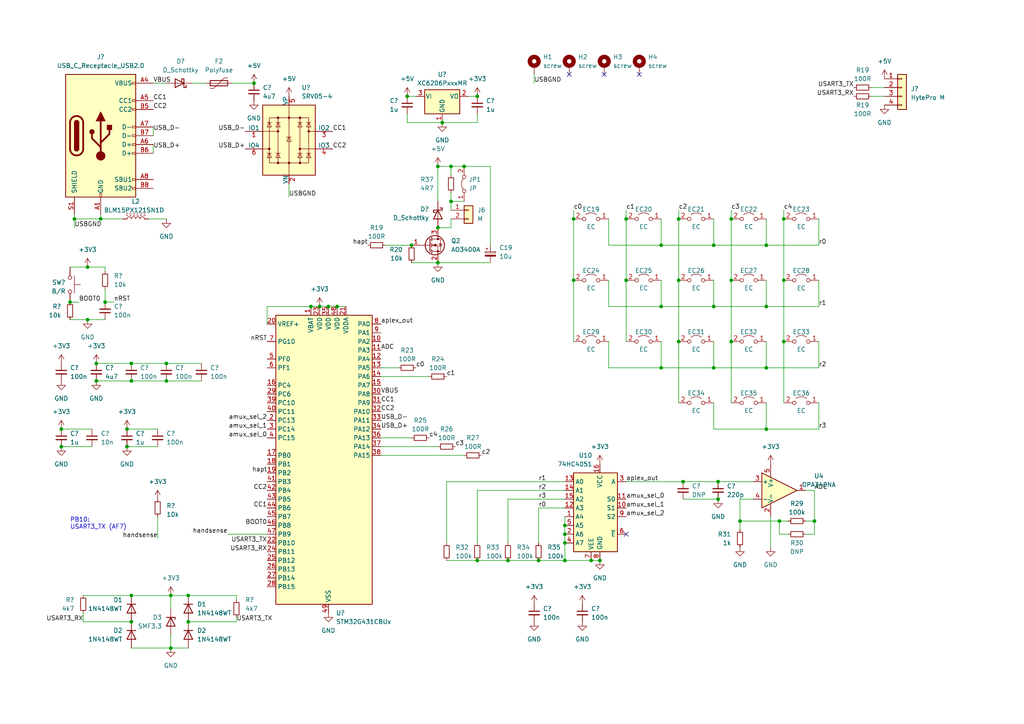
<source format=kicad_sch>
(kicad_sch (version 20230121) (generator eeschema)
  (paper "A4")
  (junction (at 25.4 77.47))
  (junction (at 90.17 88.9))
  (junction (at 134.62 48.26))
  (junction (at 17.78 129.54))
  (junction (at 212.09 63.5))
  (junction (at 49.53 172.72))
  (junction (at 222.25 71.12))
  (junction (at 222.25 124.46))
  (junction (at 27.94 105.41))
  (junction (at 208.28 144.78))
  (junction (at 127 66.04))
  (junction (at 163.83 157.48))
  (junction (at 38.1 180.34))
  (junction (at 163.83 152.4))
  (junction (at 128.27 35.56))
  (junction (at 95.25 88.9))
  (junction (at 207.01 88.9))
  (junction (at 198.12 139.7))
  (junction (at 17.78 124.46))
  (junction (at 36.83 129.54))
  (junction (at 227.33 99.06))
  (junction (at 212.09 81.28))
  (junction (at 138.43 27.94))
  (junction (at 36.83 124.46))
  (junction (at 227.33 63.5))
  (junction (at 196.85 99.06))
  (junction (at 207.01 71.12))
  (junction (at 119.38 71.12))
  (junction (at 54.61 180.34))
  (junction (at 191.77 106.68))
  (junction (at 181.61 81.28))
  (junction (at 48.26 110.49))
  (junction (at 138.43 162.56))
  (junction (at 21.59 63.5))
  (junction (at 181.61 63.5))
  (junction (at 191.77 71.12))
  (junction (at 156.21 162.56))
  (junction (at 48.26 105.41))
  (junction (at 118.11 27.94))
  (junction (at 97.79 88.9))
  (junction (at 166.37 81.28))
  (junction (at 127 76.2))
  (junction (at 212.09 99.06))
  (junction (at 196.85 81.28))
  (junction (at 166.37 63.5))
  (junction (at 196.85 63.5))
  (junction (at 38.1 110.49))
  (junction (at 227.33 81.28))
  (junction (at 38.1 105.41))
  (junction (at 222.25 88.9))
  (junction (at 30.48 87.63))
  (junction (at 29.21 63.5))
  (junction (at 147.32 162.56))
  (junction (at 226.06 151.13))
  (junction (at 171.45 162.56))
  (junction (at 208.28 139.7))
  (junction (at 73.66 24.13))
  (junction (at 25.4 92.71))
  (junction (at 127 48.26))
  (junction (at 191.77 88.9))
  (junction (at 49.53 187.96))
  (junction (at 236.22 151.13))
  (junction (at 163.83 162.56))
  (junction (at 130.81 48.26))
  (junction (at 214.63 151.13))
  (junction (at 38.1 172.72))
  (junction (at 130.81 58.42))
  (junction (at 54.61 172.72))
  (junction (at 207.01 106.68))
  (junction (at 163.83 154.94))
  (junction (at 27.94 110.49))
  (junction (at 222.25 106.68))
  (junction (at 20.32 87.63))
  (junction (at 92.71 88.9))
  (junction (at 173.99 162.56))
  (no_connect (at 181.61 154.94))
  (no_connect (at 165.1 21.59))
  (no_connect (at 175.26 21.59))
  (no_connect (at 185.42 21.59))
  (wire (pts (xy 227.33 81.28) (xy 227.33 99.06)))
  (wire (pts (xy 156.21 157.48) (xy 156.21 147.32)))
  (wire (pts (xy 222.25 88.9) (xy 237.49 88.9)))
  (wire (pts (xy 20.32 87.63) (xy 22.86 87.63)))
  (wire (pts (xy 237.49 81.28) (xy 237.49 88.9)))
  (wire (pts (xy 236.22 151.13) (xy 236.22 154.94)))
  (wire (pts (xy 142.24 48.26) (xy 142.24 71.12)))
  (wire (pts (xy 110.49 127) (xy 119.38 127)))
  (wire (pts (xy 147.32 157.48) (xy 147.32 144.78)))
  (wire (pts (xy 111.76 71.12) (xy 119.38 71.12)))
  (wire (pts (xy 226.06 151.13) (xy 226.06 154.94)))
  (wire (pts (xy 176.53 106.68) (xy 176.53 99.06)))
  (wire (pts (xy 17.78 124.46) (xy 26.67 124.46)))
  (wire (pts (xy 237.49 116.84) (xy 237.49 124.46)))
  (wire (pts (xy 163.83 162.56) (xy 171.45 162.56)))
  (wire (pts (xy 214.63 153.67) (xy 214.63 151.13)))
  (wire (pts (xy 237.49 99.06) (xy 237.49 106.68)))
  (wire (pts (xy 227.33 99.06) (xy 227.33 116.84)))
  (wire (pts (xy 36.83 124.46) (xy 45.72 124.46)))
  (wire (pts (xy 43.18 63.5) (xy 48.26 63.5)))
  (wire (pts (xy 130.81 63.5) (xy 130.81 66.04)))
  (wire (pts (xy 92.71 88.9) (xy 95.25 88.9)))
  (wire (pts (xy 68.58 173.99) (xy 68.58 172.72)))
  (wire (pts (xy 214.63 151.13) (xy 214.63 144.78)))
  (wire (pts (xy 38.1 110.49) (xy 48.26 110.49)))
  (wire (pts (xy 27.94 105.41) (xy 38.1 105.41)))
  (wire (pts (xy 191.77 71.12) (xy 176.53 71.12)))
  (wire (pts (xy 49.53 187.96) (xy 54.61 187.96)))
  (wire (pts (xy 176.53 71.12) (xy 176.53 63.5)))
  (wire (pts (xy 38.1 172.72) (xy 49.53 172.72)))
  (wire (pts (xy 124.46 109.22) (xy 110.49 109.22)))
  (wire (pts (xy 130.81 48.26) (xy 134.62 48.26)))
  (wire (pts (xy 83.82 53.34) (xy 83.82 57.15)))
  (wire (pts (xy 118.11 27.94) (xy 120.65 27.94)))
  (wire (pts (xy 212.09 99.06) (xy 212.09 116.84)))
  (wire (pts (xy 147.32 162.56) (xy 156.21 162.56)))
  (wire (pts (xy 181.61 60.96) (xy 181.61 63.5)))
  (wire (pts (xy 30.48 83.82) (xy 30.48 87.63)))
  (wire (pts (xy 129.54 157.48) (xy 129.54 139.7)))
  (wire (pts (xy 191.77 81.28) (xy 191.77 88.9)))
  (wire (pts (xy 154.94 24.13) (xy 154.94 21.59)))
  (wire (pts (xy 191.77 106.68) (xy 176.53 106.68)))
  (wire (pts (xy 191.77 99.06) (xy 191.77 106.68)))
  (wire (pts (xy 48.26 110.49) (xy 58.42 110.49)))
  (wire (pts (xy 45.72 149.86) (xy 45.72 156.21)))
  (wire (pts (xy 207.01 81.28) (xy 207.01 88.9)))
  (wire (pts (xy 138.43 142.24) (xy 163.83 142.24)))
  (wire (pts (xy 138.43 27.94) (xy 135.89 27.94)))
  (wire (pts (xy 196.85 63.5) (xy 196.85 81.28)))
  (wire (pts (xy 227.33 60.96) (xy 227.33 63.5)))
  (wire (pts (xy 252.73 27.94) (xy 256.54 27.94)))
  (wire (pts (xy 77.47 88.9) (xy 90.17 88.9)))
  (wire (pts (xy 222.25 124.46) (xy 237.49 124.46)))
  (wire (pts (xy 212.09 81.28) (xy 212.09 99.06)))
  (wire (pts (xy 30.48 87.63) (xy 33.02 87.63)))
  (wire (pts (xy 24.13 180.34) (xy 38.1 180.34)))
  (wire (pts (xy 207.01 116.84) (xy 207.01 124.46)))
  (wire (pts (xy 128.27 35.56) (xy 138.43 35.56)))
  (wire (pts (xy 222.25 99.06) (xy 222.25 106.68)))
  (wire (pts (xy 130.81 66.04) (xy 127 66.04)))
  (wire (pts (xy 252.73 25.4) (xy 256.54 25.4)))
  (wire (pts (xy 95.25 88.9) (xy 97.79 88.9)))
  (wire (pts (xy 35.56 63.5) (xy 29.21 63.5)))
  (wire (pts (xy 134.62 48.26) (xy 142.24 48.26)))
  (wire (pts (xy 212.09 60.96) (xy 212.09 63.5)))
  (wire (pts (xy 166.37 81.28) (xy 166.37 99.06)))
  (wire (pts (xy 77.47 93.98) (xy 77.47 88.9)))
  (wire (pts (xy 118.11 35.56) (xy 128.27 35.56)))
  (wire (pts (xy 207.01 71.12) (xy 222.25 71.12)))
  (wire (pts (xy 147.32 144.78) (xy 163.83 144.78)))
  (wire (pts (xy 237.49 63.5) (xy 237.49 71.12)))
  (wire (pts (xy 207.01 99.06) (xy 207.01 106.68)))
  (wire (pts (xy 66.04 154.94) (xy 77.47 154.94)))
  (wire (pts (xy 130.81 55.88) (xy 130.81 58.42)))
  (wire (pts (xy 38.1 187.96) (xy 49.53 187.96)))
  (wire (pts (xy 24.13 177.8) (xy 24.13 180.34)))
  (wire (pts (xy 20.32 92.71) (xy 25.4 92.71)))
  (wire (pts (xy 166.37 60.96) (xy 166.37 63.5)))
  (wire (pts (xy 97.79 88.9) (xy 100.33 88.9)))
  (wire (pts (xy 196.85 60.96) (xy 196.85 63.5)))
  (wire (pts (xy 129.54 139.7) (xy 163.83 139.7)))
  (wire (pts (xy 20.32 77.47) (xy 25.4 77.47)))
  (wire (pts (xy 191.77 106.68) (xy 207.01 106.68)))
  (wire (pts (xy 233.68 142.24) (xy 236.22 142.24)))
  (wire (pts (xy 110.49 132.08) (xy 134.62 132.08)))
  (wire (pts (xy 214.63 144.78) (xy 218.44 144.78)))
  (wire (pts (xy 222.25 81.28) (xy 222.25 88.9)))
  (wire (pts (xy 55.88 24.13) (xy 59.69 24.13)))
  (wire (pts (xy 130.81 58.42) (xy 130.81 60.96)))
  (wire (pts (xy 138.43 157.48) (xy 138.43 142.24)))
  (wire (pts (xy 44.45 41.91) (xy 44.45 44.45)))
  (wire (pts (xy 236.22 151.13) (xy 236.22 142.24)))
  (wire (pts (xy 24.13 172.72) (xy 38.1 172.72)))
  (wire (pts (xy 127 76.2) (xy 142.24 76.2)))
  (wire (pts (xy 49.53 172.72) (xy 54.61 172.72)))
  (wire (pts (xy 222.25 71.12) (xy 237.49 71.12)))
  (wire (pts (xy 54.61 180.34) (xy 68.58 180.34)))
  (wire (pts (xy 21.59 62.23) (xy 21.59 63.5)))
  (wire (pts (xy 196.85 81.28) (xy 196.85 99.06)))
  (wire (pts (xy 163.83 157.48) (xy 163.83 162.56)))
  (wire (pts (xy 233.68 151.13) (xy 236.22 151.13)))
  (wire (pts (xy 191.77 88.9) (xy 207.01 88.9)))
  (wire (pts (xy 17.78 129.54) (xy 26.67 129.54)))
  (wire (pts (xy 30.48 78.74) (xy 30.48 77.47)))
  (wire (pts (xy 67.31 24.13) (xy 73.66 24.13)))
  (wire (pts (xy 68.58 179.07) (xy 68.58 180.34)))
  (wire (pts (xy 207.01 88.9) (xy 222.25 88.9)))
  (wire (pts (xy 208.28 139.7) (xy 218.44 139.7)))
  (wire (pts (xy 130.81 58.42) (xy 134.62 58.42)))
  (wire (pts (xy 118.11 33.02) (xy 118.11 35.56)))
  (wire (pts (xy 119.38 76.2) (xy 127 76.2)))
  (wire (pts (xy 222.25 124.46) (xy 207.01 124.46)))
  (wire (pts (xy 198.12 144.78) (xy 208.28 144.78)))
  (wire (pts (xy 156.21 162.56) (xy 163.83 162.56)))
  (wire (pts (xy 156.21 147.32) (xy 163.83 147.32)))
  (wire (pts (xy 115.57 106.68) (xy 110.49 106.68)))
  (wire (pts (xy 25.4 92.71) (xy 30.48 92.71)))
  (wire (pts (xy 44.45 24.13) (xy 48.26 24.13)))
  (wire (pts (xy 90.17 88.9) (xy 92.71 88.9)))
  (wire (pts (xy 127 48.26) (xy 127 58.42)))
  (wire (pts (xy 222.25 116.84) (xy 222.25 124.46)))
  (wire (pts (xy 44.45 36.83) (xy 44.45 39.37)))
  (wire (pts (xy 181.61 63.5) (xy 181.61 81.28)))
  (wire (pts (xy 181.61 139.7) (xy 198.12 139.7)))
  (wire (pts (xy 166.37 63.5) (xy 166.37 81.28)))
  (wire (pts (xy 163.83 149.86) (xy 163.83 152.4)))
  (wire (pts (xy 163.83 154.94) (xy 163.83 157.48)))
  (wire (pts (xy 223.52 158.75) (xy 223.52 149.86)))
  (wire (pts (xy 233.68 154.94) (xy 236.22 154.94)))
  (wire (pts (xy 30.48 77.47) (xy 25.4 77.47)))
  (wire (pts (xy 21.59 63.5) (xy 29.21 63.5)))
  (wire (pts (xy 176.53 88.9) (xy 176.53 81.28)))
  (wire (pts (xy 130.81 48.26) (xy 130.81 50.8)))
  (wire (pts (xy 212.09 63.5) (xy 212.09 81.28)))
  (wire (pts (xy 191.77 63.5) (xy 191.77 71.12)))
  (wire (pts (xy 191.77 88.9) (xy 176.53 88.9)))
  (wire (pts (xy 198.12 139.7) (xy 208.28 139.7)))
  (wire (pts (xy 68.58 172.72) (xy 54.61 172.72)))
  (wire (pts (xy 226.06 154.94) (xy 228.6 154.94)))
  (wire (pts (xy 181.61 81.28) (xy 181.61 99.06)))
  (wire (pts (xy 163.83 152.4) (xy 163.83 154.94)))
  (wire (pts (xy 226.06 151.13) (xy 228.6 151.13)))
  (wire (pts (xy 222.25 63.5) (xy 222.25 71.12)))
  (wire (pts (xy 138.43 162.56) (xy 147.32 162.56)))
  (wire (pts (xy 27.94 110.49) (xy 38.1 110.49)))
  (wire (pts (xy 196.85 99.06) (xy 196.85 116.84)))
  (wire (pts (xy 21.59 63.5) (xy 21.59 66.04)))
  (wire (pts (xy 127 48.26) (xy 130.81 48.26)))
  (wire (pts (xy 29.21 63.5) (xy 29.21 62.23)))
  (wire (pts (xy 171.45 162.56) (xy 173.99 162.56)))
  (wire (pts (xy 214.63 151.13) (xy 226.06 151.13)))
  (wire (pts (xy 207.01 63.5) (xy 207.01 71.12)))
  (wire (pts (xy 138.43 35.56) (xy 138.43 33.02)))
  (wire (pts (xy 38.1 105.41) (xy 48.26 105.41)))
  (wire (pts (xy 36.83 129.54) (xy 45.72 129.54)))
  (wire (pts (xy 110.49 129.54) (xy 127 129.54)))
  (wire (pts (xy 49.53 176.53) (xy 49.53 172.72)))
  (wire (pts (xy 48.26 105.41) (xy 58.42 105.41)))
  (wire (pts (xy 129.54 162.56) (xy 138.43 162.56)))
  (wire (pts (xy 191.77 71.12) (xy 207.01 71.12)))
  (wire (pts (xy 207.01 106.68) (xy 222.25 106.68)))
  (wire (pts (xy 227.33 63.5) (xy 227.33 81.28)))
  (wire (pts (xy 222.25 106.68) (xy 237.49 106.68)))
  (wire (pts (xy 49.53 184.15) (xy 49.53 187.96)))
  (text "PB10:\nUSART3_TX (AF7)\n" (at 20.32 153.67 0) (effects (font (size 1.27 1.27)) (justify left bottom)))
  (label "CC1" (at 96.52 38.1 0))
  (label "amux_sel_0" (at 77.47 127 180))
  (label "USART3_TX" (at 247.65 25.4 180))
  (label "c1" (at 129.54 109.22 0))
  (label "VBUS" (at 110.49 114.3 0))
  (label "r3" (at 156.21 144.78 0))
  (label "USART3_RX" (at 247.65 27.94 180))
  (label "ADC" (at 110.49 101.6 0))
  (label "handsense" (at 66.04 154.94 180))
  (label "c2" (at 139.7 132.08 0))
  (label "handsense" (at 45.72 156.21 180))
  (label "r3" (at 237.49 124.46 0))
  (label "nRST" (at 77.47 99.06 180))
  (label "r2" (at 237.49 106.68 0))
  (label "hapt" (at 106.68 71.12 180))
  (label "r0" (at 156.21 147.32 0))
  (label "c4" (at 227.33 60.96 0))
  (label "USBGND" (at 154.94 24.13 0))
  (label "USB_D-" (at 110.49 121.92 0))
  (label "CC2" (at 44.45 31.75 0))
  (label "c0" (at 166.37 60.96 0))
  (label "c2" (at 196.85 60.96 0))
  (label "r1" (at 237.49 88.9 0))
  (label "c4" (at 124.46 127 0))
  (label "amux_sel_2" (at 181.61 149.86 0))
  (label "c0" (at 120.65 106.68 0))
  (label "aplex_out" (at 110.49 93.98 0))
  (label "r0" (at 237.49 71.12 0))
  (label "BOOT0" (at 22.86 87.63 0))
  (label "ADC" (at 236.22 142.24 0))
  (label "CC1" (at 77.47 147.32 180))
  (label "CC1" (at 44.45 29.21 0))
  (label "CC2" (at 110.49 119.38 0))
  (label "USB_D+" (at 44.45 43.18 0))
  (label "USBGND" (at 83.82 57.15 0))
  (label "amux_sel_2" (at 77.47 121.92 180))
  (label "amux_sel_1" (at 181.61 147.32 0))
  (label "CC2" (at 96.52 43.18 0))
  (label "USBGND" (at 21.59 66.04 0))
  (label "r2" (at 156.21 142.24 0))
  (label "nRST" (at 33.02 87.63 0))
  (label "amux_sel_1" (at 77.47 124.46 180))
  (label "c3" (at 212.09 60.96 0))
  (label "USB_D+" (at 71.12 43.18 180))
  (label "c1" (at 181.61 60.96 0))
  (label "BOOT0" (at 77.47 152.4 180))
  (label "USART3_RX" (at 24.13 180.34 180))
  (label "USB_D+" (at 110.49 124.46 0))
  (label "aplex_out" (at 181.61 139.7 0))
  (label "c3" (at 132.08 129.54 0))
  (label "CC1" (at 110.49 116.84 0))
  (label "VBUS" (at 44.45 24.13 0))
  (label "USB_D-" (at 71.12 38.1 180))
  (label "CC2" (at 77.47 142.24 180))
  (label "USART3_TX" (at 68.58 180.34 0))
  (label "USART3_TX" (at 77.47 157.48 180))
  (label "amux_sel_0" (at 181.61 144.78 0))
  (label "r1" (at 156.21 139.7 0))
  (label "hapt" (at 77.47 137.16 180))
  (label "USART3_RX" (at 77.47 160.02 180))
  (label "USB_D-" (at 44.45 38.1 0))
  (symbol (lib_id "Jumper:Jumper_2_Open") (at 217.17 81.28 0) (mirror y) (unit 1)
    (property "Reference" "EC27" (at 217.17 78.486 0))
    (property "Value" "EC" (at 217.17 83.566 0))
    (property "Footprint" "ec_finger_touch:capsense_finger_1" (effects hide))
    (instances (project "unmechanical-sweepish" (path "" (reference "EC27") (unit 1)) (path "" (reference "EC9") (unit 1))))
  )
  (symbol (lib_id "Jumper:Jumper_2_Open") (at 217.17 116.84 0) (mirror y) (unit 1)
    (property "Reference" "EC35" (at 217.17 114.046 0))
    (property "Value" "EC" (at 217.17 119.126 0))
    (property "Footprint" "ec_finger_touch:capsense_finger_1" (effects hide))
    (instances (project "unmechanical-sweepish" (path "" (reference "EC35") (unit 1)) (path "" (reference "EC17") (unit 1))))
  )
  (symbol (lib_id "power:+5V") (at 256.54 22.86 0) (unit 1)
    (property "Reference" "#PWR?" (effects hide))
    (property "Value" "+5V" (at 256.54 17.78 0))
    (instances (project "unmechanical-sweepish" (path "" (reference "#PWR?") (unit 1)) (path "" (reference "#PWR036") (unit 1)) (path "" (reference "#PWR01") (unit 1))))
  )
  (symbol (lib_id "Mechanical:MountingHole_Pad") (at 175.26 19.05 0) (unit 1)
    (property "Reference" "H3" (at 177.8 16.51 0) (effects (justify left)))
    (property "Value" "screw" (at 177.8 19.05 0) (effects (justify left)))
    (property "Footprint" "MountingHole:MountingHole_3.2mm_M3_DIN965_Pad" (effects hide))
  )
  (symbol (lib_id "power:GND") (at 214.63 158.75 0) (unit 1)
    (property "Reference" "#PWR?" (effects hide))
    (property "Value" "GND" (at 214.63 163.83 0))
    (instances (project "unmechanical-sweepish" (path "" (reference "#PWR?") (unit 1)) (path "" (reference "#PWR061") (unit 1)) (path "" (reference "#PWR027") (unit 1))))
  )
  (symbol (lib_id "Device:C_Small") (at 48.26 107.95 0) (unit 1)
    (property "Reference" "C?" (at 50.8 106.6863 0) (effects (justify left)))
    (property "Value" "100n" (at 50.8 109.2263 0) (effects (justify left)))
    (property "Footprint" "Capacitor_SMD:C_0402_1005Metric" (effects hide))
    (instances (project "unmechanical-sweepish" (path "" (reference "C?") (unit 1)) (path "" (reference "C24") (unit 1)) (path "" (reference "C9") (unit 1))))
  )
  (symbol (lib_id "Diode:1N4148WT") (at 54.61 184.15 270) (unit 1)
    (property "Reference" "D2" (at 57.15 182.88 90) (effects (justify left)))
    (property "Value" "1N4148WT" (at 57.15 185.42 90) (effects (justify left)))
    (property "Footprint" "Diode_SMD:D_SOD-523" (effects hide))
    (property "Datasheet" "https://www.diodes.com/assets/Datasheets/ds30396.pdf" (effects hide))
    (property "Sim.Device" "D" (effects hide))
    (property "Sim.Pins" "1=K 2=A" (effects hide))
    (instances (project "theseus-75" (path "" (reference "D2") (unit 1))) (project "unmechanical-sweepish" (path "" (reference "D14") (unit 1)) (path "" (reference "D7") (unit 1))))
  )
  (symbol (lib_id "power:+3V3") (at 92.71 88.9 0) (unit 1)
    (property "Reference" "#PWR?" (effects hide))
    (property "Value" "+3V3" (at 92.71 83.82 0))
    (instances (project "unmechanical-sweepish" (path "" (reference "#PWR?") (unit 1)) (path "" (reference "#PWR047") (unit 1)) (path "" (reference "#PWR013") (unit 1))))
  )
  (symbol (lib_id "power:+3V3") (at 223.52 134.62 0) (unit 1)
    (property "Reference" "#PWR?" (effects hide))
    (property "Value" "+3V3" (at 223.52 129.54 0))
    (instances (project "unmechanical-sweepish" (path "" (reference "#PWR?") (unit 1)) (path "" (reference "#PWR058") (unit 1)) (path "" (reference "#PWR024") (unit 1))))
  )
  (symbol (lib_id "Jumper:Jumper_2_Open") (at 186.69 63.5 0) (mirror y) (unit 1)
    (property "Reference" "EC20" (at 186.69 60.706 0))
    (property "Value" "EC" (at 186.69 65.786 0))
    (property "Footprint" "ec_finger_touch:capsense_finger_1" (effects hide))
    (instances (project "unmechanical-sweepish" (path "" (reference "EC20") (unit 1)) (path "" (reference "EC2") (unit 1))))
  )
  (symbol (lib_id "power:GND") (at 17.78 129.54 0) (unit 1)
    (property "Reference" "#PWR?" (effects hide))
    (property "Value" "GND" (at 17.78 134.62 0))
    (instances (project "unmechanical-sweepish" (path "" (reference "#PWR?") (unit 1)) (path "" (reference "#PWR055") (unit 1)) (path "" (reference "#PWR021") (unit 1))))
  )
  (symbol (lib_id "power:+3V3") (at 27.94 105.41 0) (unit 1)
    (property "Reference" "#PWR?" (effects hide))
    (property "Value" "+3V3" (at 27.94 100.33 0))
    (instances (project "unmechanical-sweepish" (path "" (reference "#PWR?") (unit 1)) (path "" (reference "#PWR050") (unit 1)) (path "" (reference "#PWR016") (unit 1))))
  )
  (symbol (lib_id "Device:R_Small") (at 250.19 25.4 90) (unit 1)
    (property "Reference" "R19" (at 250.19 20.32 90))
    (property "Value" "100R" (at 250.19 22.86 90))
    (property "Footprint" "Resistor_SMD:R_0402_1005Metric" (effects hide))
    (instances (project "unmechanical-sweepish" (path "" (reference "R19") (unit 1)) (path "" (reference "R1") (unit 1))))
  )
  (symbol (lib_id "Jumper:Jumper_2_Open") (at 201.93 81.28 0) (mirror y) (unit 1)
    (property "Reference" "EC26" (at 201.93 78.486 0))
    (property "Value" "EC" (at 201.93 83.566 0))
    (property "Footprint" "ec_finger_touch:capsense_finger_1" (effects hide))
    (instances (project "unmechanical-sweepish" (path "" (reference "EC26") (unit 1)) (path "" (reference "EC8") (unit 1))))
  )
  (symbol (lib_id "Device:R_Small") (at 231.14 154.94 90) (unit 1)
    (property "Reference" "R30" (at 231.14 157.48 90))
    (property "Value" "DNP" (at 231.14 160.02 90))
    (property "Footprint" "Resistor_SMD:R_0603_1608Metric_Pad0.98x0.95mm_HandSolder" (effects hide))
    (instances (project "unmechanical-sweepish" (path "" (reference "R30") (unit 1)) (path "" (reference "R15") (unit 1))))
  )
  (symbol (lib_id "Device:C_Small") (at 17.78 127 0) (unit 1)
    (property "Reference" "C?" (at 20.32 125.7363 0) (effects (justify left)))
    (property "Value" "1u" (at 20.32 128.2763 0) (effects (justify left)))
    (property "Footprint" "Capacitor_SMD:C_0402_1005Metric" (effects hide))
    (instances (project "unmechanical-sweepish" (path "" (reference "C?") (unit 1)) (path "" (reference "C26") (unit 1)) (path "" (reference "C11") (unit 1))))
  )
  (symbol (lib_id "Jumper:Jumper_2_Open") (at 171.45 81.28 0) (mirror y) (unit 1)
    (property "Reference" "EC24" (at 171.45 78.486 0))
    (property "Value" "EC" (at 171.45 83.566 0))
    (property "Footprint" "ec_finger_touch:capsense_finger_1" (effects hide))
    (instances (project "unmechanical-sweepish" (path "" (reference "EC24") (unit 1)) (path "" (reference "EC6") (unit 1))))
  )
  (symbol (lib_id "Jumper:Jumper_2_Open") (at 217.17 99.06 0) (mirror y) (unit 1)
    (property "Reference" "EC32" (at 217.17 96.266 0))
    (property "Value" "EC" (at 217.17 101.346 0))
    (property "Footprint" "ec_finger_touch:capsense_finger_1" (effects hide))
    (instances (project "unmechanical-sweepish" (path "" (reference "EC32") (unit 1)) (path "" (reference "EC14") (unit 1))))
  )
  (symbol (lib_id "Jumper:Jumper_2_Open") (at 232.41 63.5 0) (mirror y) (unit 1)
    (property "Reference" "EC23" (at 232.41 60.706 0))
    (property "Value" "EC" (at 232.41 65.786 0))
    (property "Footprint" "ec_finger_touch:capsense_finger_1" (effects hide))
    (instances (project "unmechanical-sweepish" (path "" (reference "EC23") (unit 1)) (path "" (reference "EC5") (unit 1))))
  )
  (symbol (lib_id "Diode:1N4148WT") (at 54.61 176.53 270) (unit 1)
    (property "Reference" "D1" (at 57.15 175.26 90) (effects (justify left)))
    (property "Value" "1N4148WT" (at 57.15 177.8 90) (effects (justify left)))
    (property "Footprint" "Diode_SMD:D_SOD-523" (effects hide))
    (property "Datasheet" "https://www.diodes.com/assets/Datasheets/ds30396.pdf" (effects hide))
    (property "Sim.Device" "D" (effects hide))
    (property "Sim.Pins" "1=K 2=A" (effects hide))
    (instances (project "theseus-75" (path "" (reference "D1") (unit 1))) (project "unmechanical-sweepish" (path "" (reference "D11") (unit 1)) (path "" (reference "D4") (unit 1))))
  )
  (symbol (lib_id "Device:C_Polarized_Small") (at 142.24 73.66 0) (unit 1)
    (property "Reference" "C19" (at 144.78 71.8439 0) (effects (justify left)))
    (property "Value" "10u" (at 144.78 74.3839 0) (effects (justify left)))
    (property "Footprint" "Capacitor_Tantalum_SMD:CP_EIA-3216-10_Kemet-I" (effects hide))
    (instances (project "unmechanical-sweepish" (path "" (reference "C19") (unit 1)) (path "" (reference "C4") (unit 1))))
  )
  (symbol (lib_id "Device:C_Small") (at 27.94 107.95 0) (unit 1)
    (property "Reference" "C?" (at 30.48 106.6863 0) (effects (justify left)))
    (property "Value" "4u7" (at 30.48 109.2263 0) (effects (justify left)))
    (property "Footprint" "Capacitor_SMD:C_0402_1005Metric" (effects hide))
    (instances (project "unmechanical-sweepish" (path "" (reference "C?") (unit 1)) (path "" (reference "C22") (unit 1)) (path "" (reference "C7") (unit 1))))
  )
  (symbol (lib_id "power:GND") (at 154.94 180.34 0) (unit 1)
    (property "Reference" "#PWR?" (effects hide))
    (property "Value" "GND" (at 154.94 185.42 0))
    (instances (project "unmechanical-sweepish" (path "" (reference "#PWR?") (unit 1)) (path "" (reference "#PWR068") (unit 1)) (path "" (reference "#PWR034") (unit 1))))
  )
  (symbol (lib_id "Jumper:Jumper_2_Open") (at 232.41 99.06 0) (mirror y) (unit 1)
    (property "Reference" "EC33" (at 232.41 96.266 0))
    (property "Value" "EC" (at 232.41 101.346 0))
    (property "Footprint" "ec_finger_touch:capsense_finger_1" (effects hide))
    (instances (project "unmechanical-sweepish" (path "" (reference "EC33") (unit 1)) (path "" (reference "EC15") (unit 1))))
  )
  (symbol (lib_id "Device:R_Small") (at 45.72 147.32 180) (unit 1)
    (property "Reference" "R?" (at 48.26 146.685 0) (effects (justify right)))
    (property "Value" "10k" (at 48.26 149.225 0) (effects (justify right)))
    (property "Footprint" "Resistor_SMD:R_0402_1005Metric" (effects hide))
    (instances (project "theseus-75" (path "" (reference "R?") (unit 1)) (path "" (reference "R22") (unit 1)) (path "" (reference "R?") (unit 1))) (project "unmechanical-sweepish" (path "" (reference "R28") (unit 1)) (path "" (reference "R13") (unit 1))))
  )
  (symbol (lib_id "Device:C_Small") (at 198.12 142.24 0) (unit 1)
    (property "Reference" "C?" (at 200.66 140.9763 0) (effects (justify left)))
    (property "Value" "DNP" (at 200.66 143.5163 0) (effects (justify left)))
    (property "Footprint" "Capacitor_SMD:C_0603_1608Metric_Pad1.08x0.95mm_HandSolder" (effects hide))
    (instances (project "unmechanical-sweepish" (path "" (reference "C?") (unit 1)) (path "" (reference "C30") (unit 1)) (path "" (reference "C15") (unit 1))))
  )
  (symbol (lib_id "power:GND") (at 208.28 144.78 0) (unit 1)
    (property "Reference" "#PWR?" (effects hide))
    (property "Value" "GND" (at 208.28 149.86 0))
    (instances (project "unmechanical-sweepish" (path "" (reference "#PWR?") (unit 1)) (path "" (reference "#PWR060") (unit 1)) (path "" (reference "#PWR026") (unit 1))))
  )
  (symbol (lib_id "power:+3V3") (at 25.4 77.47 0) (unit 1)
    (property "Reference" "#PWR?" (effects hide))
    (property "Value" "+3V3" (at 25.4 72.39 0))
    (instances (project "unmechanical-sweepish" (path "" (reference "#PWR?") (unit 1)) (path "" (reference "#PWR046") (unit 1)) (path "" (reference "#PWR012") (unit 1))))
  )
  (symbol (lib_id "Device:C_Small") (at 118.11 30.48 0) (unit 1)
    (property "Reference" "C?" (at 115.57 29.2163 0) (effects (justify right)))
    (property "Value" "1u" (at 115.57 31.7563 0) (effects (justify right)))
    (property "Footprint" "Capacitor_SMD:C_0402_1005Metric" (effects hide))
    (instances (project "unmechanical-sweepish" (path "" (reference "C?") (unit 1)) (path "" (reference "C17") (unit 1)) (path "" (reference "C2") (unit 1))))
  )
  (symbol (lib_id "Device:R_Small") (at 20.32 90.17 0) (unit 1)
    (property "Reference" "R?" (at 17.78 88.9 0) (effects (justify right)))
    (property "Value" "10k" (at 17.78 91.44 0) (effects (justify right)))
    (property "Footprint" "Resistor_SMD:R_0402_1005Metric" (effects hide))
    (instances (project "werk-one-pcb-ml" (path "" (reference "R?") (unit 1))) (project "theseus-75" (path "" (reference "R13") (unit 1))) (project "unmechanical-sweepish" (path "" (reference "R22") (unit 1)) (path "" (reference "R7") (unit 1))))
  )
  (symbol (lib_id "Device:R_Small") (at 30.48 81.28 0) (unit 1)
    (property "Reference" "R?" (at 33.02 80.01 0) (effects (justify left)))
    (property "Value" "10k" (at 33.02 82.55 0) (effects (justify left)))
    (property "Footprint" "Resistor_SMD:R_0402_1005Metric" (effects hide))
    (instances (project "werk-one-pcb-ml" (path "" (reference "R?") (unit 1))) (project "theseus-75" (path "" (reference "R10") (unit 1))) (project "unmechanical-sweepish" (path "" (reference "R21") (unit 1)) (path "" (reference "R6") (unit 1))))
  )
  (symbol (lib_id "Device:C_Small") (at 30.48 90.17 180) (unit 1)
    (property "Reference" "C?" (at 33.02 88.8936 0) (effects (justify right)))
    (property "Value" "100n" (at 33.02 91.4336 0) (effects (justify right)))
    (property "Footprint" "Capacitor_SMD:C_0402_1005Metric" (effects hide))
    (instances (project "werk-one-pcb-ml" (path "" (reference "C?") (unit 1))) (project "theseus-75" (path "" (reference "C12") (unit 1))) (project "unmechanical-sweepish" (path "" (reference "C20") (unit 1)) (path "" (reference "C5") (unit 1))))
  )
  (symbol (lib_id "power:GND") (at 95.25 177.8 0) (unit 1)
    (property "Reference" "#PWR?" (effects hide))
    (property "Value" "GND" (at 95.25 182.88 0))
    (instances (project "unmechanical-sweepish" (path "" (reference "#PWR?") (unit 1)) (path "" (reference "#PWR067") (unit 1)) (path "" (reference "#PWR033") (unit 1))))
  )
  (symbol (lib_id "power:+3V3") (at 17.78 105.41 0) (unit 1)
    (property "Reference" "#PWR?" (effects hide))
    (property "Value" "+3V3" (at 17.78 100.33 0))
    (instances (project "unmechanical-sweepish" (path "" (reference "#PWR?") (unit 1)) (path "" (reference "#PWR049") (unit 1)) (path "" (reference "#PWR015") (unit 1))))
  )
  (symbol (lib_id "Device:C_Small") (at 168.91 177.8 0) (unit 1)
    (property "Reference" "C?" (at 171.45 176.5363 0) (effects (justify left)))
    (property "Value" "100n" (at 171.45 179.0763 0) (effects (justify left)))
    (property "Footprint" "Capacitor_SMD:C_0402_1005Metric" (effects hide))
    (instances (project "unmechanical-sweepish" (path "" (reference "C?") (unit 1)) (path "" (reference "C32") (unit 1)) (path "" (reference "C18") (unit 1))))
  )
  (symbol (lib_id "power:+3V3") (at 168.91 175.26 0) (unit 1)
    (property "Reference" "#PWR?" (effects hide))
    (property "Value" "+3V3" (at 168.91 170.18 0))
    (instances (project "unmechanical-sweepish" (path "" (reference "#PWR?") (unit 1)) (path "" (reference "#PWR066") (unit 1)) (path "" (reference "#PWR032") (unit 1))))
  )
  (symbol (lib_id "power:GND") (at 36.83 129.54 0) (unit 1)
    (property "Reference" "#PWR?" (effects hide))
    (property "Value" "GND" (at 36.83 134.62 0))
    (instances (project "unmechanical-sweepish" (path "" (reference "#PWR?") (unit 1)) (path "" (reference "#PWR056") (unit 1)) (path "" (reference "#PWR022") (unit 1))))
  )
  (symbol (lib_id "Device:R_Small") (at 119.38 73.66 0) (unit 1)
    (property "Reference" "R20" (at 116.84 72.39 0) (effects (justify right)))
    (property "Value" "10k" (at 116.84 74.93 0) (effects (justify right)))
    (property "Footprint" "Resistor_SMD:R_0402_1005Metric" (effects hide))
    (instances (project "unmechanical-sweepish" (path "" (reference "R20") (unit 1)) (path "" (reference "R5") (unit 1))))
  )
  (symbol (lib_id "Device:R_Small") (at 121.92 127 90) (unit 1)
    (property "Reference" "R25" (at 121.92 121.92 90))
    (property "Value" "100R" (at 121.92 124.46 90))
    (property "Footprint" "Resistor_SMD:R_0402_1005Metric" (effects hide))
    (instances (project "unmechanical-sweepish" (path "" (reference "R25") (unit 1)) (path "" (reference "R10") (unit 1))))
  )
  (symbol (lib_id "Jumper:Jumper_2_Open") (at 201.93 63.5 0) (mirror y) (unit 1)
    (property "Reference" "EC21" (at 201.93 60.706 0))
    (property "Value" "EC" (at 201.93 65.786 0))
    (property "Footprint" "ec_finger_touch:capsense_finger_1" (effects hide))
    (instances (project "unmechanical-sweepish" (path "" (reference "EC21") (unit 1)) (path "" (reference "EC3") (unit 1))))
  )
  (symbol (lib_id "power:+5V") (at 118.11 27.94 0) (unit 1)
    (property "Reference" "#PWR?" (effects hide))
    (property "Value" "+5V" (at 118.11 22.86 0))
    (instances (project "unmechanical-sweepish" (path "" (reference "#PWR?") (unit 1)) (path "" (reference "#PWR039") (unit 1)) (path "" (reference "#PWR04") (unit 1))))
  )
  (symbol (lib_id "Jumper:Jumper_2_Open") (at 201.93 99.06 0) (mirror y) (unit 1)
    (property "Reference" "EC31" (at 201.93 96.266 0))
    (property "Value" "EC" (at 201.93 101.346 0))
    (property "Footprint" "ec_finger_touch:capsense_finger_1" (effects hide))
    (instances (project "unmechanical-sweepish" (path "" (reference "EC31") (unit 1)) (path "" (reference "EC13") (unit 1))))
  )
  (symbol (lib_id "power:+5V") (at 83.82 27.94 0) (unit 1)
    (property "Reference" "#PWR?" (effects hide))
    (property "Value" "+5V" (at 83.82 22.86 0))
    (instances (project "unmechanical-sweepish" (path "" (reference "#PWR?") (unit 1)) (path "" (reference "#PWR038") (unit 1)) (path "" (reference "#PWR03") (unit 1))))
  )
  (symbol (lib_id "Device:R_Small") (at 250.19 27.94 90) (unit 1)
    (property "Reference" "R19" (at 250.19 30.48 90))
    (property "Value" "100R" (at 250.19 33.02 90))
    (property "Footprint" "Resistor_SMD:R_0402_1005Metric" (effects hide))
    (instances (project "unmechanical-sweepish" (path "" (reference "R19") (unit 1)) (path "" (reference "R2") (unit 1))))
  )
  (symbol (lib_id "Device:C_Small") (at 138.43 30.48 0) (unit 1)
    (property "Reference" "C?" (at 140.97 29.2163 0) (effects (justify left)))
    (property "Value" "1u" (at 140.97 31.7563 0) (effects (justify left)))
    (property "Footprint" "Capacitor_SMD:C_0402_1005Metric" (effects hide))
    (instances (project "unmechanical-sweepish" (path "" (reference "C?") (unit 1)) (path "" (reference "C18") (unit 1)) (path "" (reference "C3") (unit 1))))
  )
  (symbol (lib_id "power:+5V") (at 127 48.26 0) (unit 1)
    (property "Reference" "#PWR?" (effects hide))
    (property "Value" "+5V" (at 127 43.18 0))
    (instances (project "unmechanical-sweepish" (path "" (reference "#PWR?") (unit 1)) (path "" (reference "#PWR043") (unit 1)) (path "" (reference "#PWR09") (unit 1))))
  )
  (symbol (lib_id "Connector_Generic:Conn_01x02") (at 135.89 60.96 0) (unit 1)
    (property "Reference" "J6" (at 138.43 60.96 0) (effects (justify left)))
    (property "Value" "M" (at 138.43 63.5 0) (effects (justify left)))
    (property "Footprint" "Connector_PinHeader_2.54mm:PinHeader_1x02_P2.54mm_Vertical" (effects hide))
    (instances (project "unmechanical-sweepish" (path "" (reference "J6") (unit 1)) (path "" (reference "J3") (unit 1))))
  )
  (symbol (lib_id "power:+5V") (at 73.66 24.13 0) (unit 1)
    (property "Reference" "#PWR?" (effects hide))
    (property "Value" "+5V" (at 73.66 19.05 0))
    (instances (project "unmechanical-sweepish" (path "" (reference "#PWR?") (unit 1)) (path "" (reference "#PWR037") (unit 1)) (path "" (reference "#PWR02") (unit 1))))
  )
  (symbol (lib_id "power:+3V3") (at 173.99 134.62 0) (unit 1)
    (property "Reference" "#PWR?" (effects hide))
    (property "Value" "+3V3" (at 173.99 129.54 0))
    (instances (project "unmechanical-sweepish" (path "" (reference "#PWR?") (unit 1)) (path "" (reference "#PWR057") (unit 1)) (path "" (reference "#PWR023") (unit 1))))
  )
  (symbol (lib_id "Jumper:Jumper_2_Open") (at 171.45 63.5 0) (mirror y) (unit 1)
    (property "Reference" "EC19" (at 171.45 60.706 0))
    (property "Value" "EC" (at 171.45 65.786 0))
    (property "Footprint" "ec_finger_touch:capsense_finger_1" (effects hide))
    (instances (project "unmechanical-sweepish" (path "" (reference "EC19") (unit 1)) (path "" (reference "EC1") (unit 1))))
  )
  (symbol (lib_id "Connector_Generic:Conn_01x04") (at 261.62 25.4 0) (unit 1)
    (property "Reference" "J?" (at 264.16 25.7556 0) (effects (justify left)))
    (property "Value" "HytePro M" (at 264.16 28.2956 0) (effects (justify left)))
    (property "Footprint" "PCM_marbastlib-xp-various:CON_HytePro_M411P_Plug_1x04-P2.20mm_Horizontal_FlushMount" (effects hide))
    (instances (project "unmechanical-sweepish" (path "" (reference "J?") (unit 1)) (path "" (reference "J4") (unit 1)) (path "" (reference "J1") (unit 1))))
  )
  (symbol (lib_id "power:+3V3") (at 36.83 124.46 0) (unit 1)
    (property "Reference" "#PWR?" (effects hide))
    (property "Value" "+3V3" (at 36.83 119.38 0))
    (instances (project "unmechanical-sweepish" (path "" (reference "#PWR?") (unit 1)) (path "" (reference "#PWR054") (unit 1)) (path "" (reference "#PWR020") (unit 1))))
  )
  (symbol (lib_id "power:GND") (at 17.78 110.49 0) (unit 1)
    (property "Reference" "#PWR?" (effects hide))
    (property "Value" "GND" (at 17.78 115.57 0))
    (instances (project "unmechanical-sweepish" (path "" (reference "#PWR?") (unit 1)) (path "" (reference "#PWR051") (unit 1)) (path "" (reference "#PWR017") (unit 1))))
  )
  (symbol (lib_id "power:GND") (at 168.91 180.34 0) (unit 1)
    (property "Reference" "#PWR?" (effects hide))
    (property "Value" "GND" (at 168.91 185.42 0))
    (instances (project "unmechanical-sweepish" (path "" (reference "#PWR?") (unit 1)) (path "" (reference "#PWR069") (unit 1)) (path "" (reference "#PWR035") (unit 1))))
  )
  (symbol (lib_id "Device:Polyfuse") (at 63.5 24.13 90) (unit 1)
    (property "Reference" "F2" (at 63.5 17.78 90))
    (property "Value" "Polyfuse" (at 63.5 20.32 90))
    (property "Footprint" "Fuse:Fuse_0603_1608Metric" (effects hide))
    (instances (project "unmechanical-sweepish" (path "" (reference "F2") (unit 1)) (path "" (reference "F1") (unit 1))))
  )
  (symbol (lib_id "Device:R_Small") (at 127 109.22 90) (unit 1)
    (property "Reference" "R24" (at 127 104.14 90))
    (property "Value" "100R" (at 127 106.68 90))
    (property "Footprint" "Resistor_SMD:R_0402_1005Metric" (effects hide))
    (instances (project "unmechanical-sweepish" (path "" (reference "R24") (unit 1)) (path "" (reference "R9") (unit 1))))
  )
  (symbol (lib_id "Device:C_Small") (at 208.28 142.24 0) (unit 1)
    (property "Reference" "C?" (at 210.82 140.9763 0) (effects (justify left)))
    (property "Value" "220p" (at 210.82 143.5163 0) (effects (justify left)))
    (property "Footprint" "Capacitor_SMD:C_0603_1608Metric_Pad1.08x0.95mm_HandSolder" (effects hide))
    (instances (project "unmechanical-sweepish" (path "" (reference "C?") (unit 1)) (path "" (reference "C30") (unit 1)) (path "" (reference "C16") (unit 1))))
  )
  (symbol (lib_id "PCM_marbastlib-various:SRV05-4") (at 83.82 40.64 0) (unit 1)
    (property "Reference" "U?" (at 87.4461 25.4 0) (effects (justify left)))
    (property "Value" "SRV05-4" (at 87.4461 27.94 0) (effects (justify left)))
    (property "Footprint" "PCM_marbastlib-various:SOT-23-6-routable" (effects hide))
    (property "Datasheet" "http://www.onsemi.com/pub/Collateral/SRV05-4-D.PDF" (effects hide))
    (instances (project "unmechanical-sweepish" (path "" (reference "U?") (unit 1)) (path "" (reference "U7") (unit 1)) (path "" (reference "U2") (unit 1))))
  )
  (symbol (lib_id "power:+3V3") (at 138.43 27.94 0) (unit 1)
    (property "Reference" "#PWR?" (effects hide))
    (property "Value" "+3V3" (at 138.43 22.86 0))
    (instances (project "unmechanical-sweepish" (path "" (reference "#PWR?") (unit 1)) (path "" (reference "#PWR040") (unit 1)) (path "" (reference "#PWR05") (unit 1))))
  )
  (symbol (lib_id "power:GND") (at 73.66 29.21 0) (unit 1)
    (property "Reference" "#PWR?" (effects hide))
    (property "Value" "GND" (at 73.66 34.29 0))
    (instances (project "unmechanical-sweepish" (path "" (reference "#PWR?") (unit 1)) (path "" (reference "#PWR044") (unit 1)) (path "" (reference "#PWR06") (unit 1))))
  )
  (symbol (lib_id "Device:R_Small") (at 24.13 175.26 0) (unit 1)
    (property "Reference" "R?" (at 21.59 173.99 0) (effects (justify right)))
    (property "Value" "4k7" (at 21.59 176.53 0) (effects (justify right)))
    (property "Footprint" "Resistor_SMD:R_0402_1005Metric" (effects hide))
    (instances (project "theseus-75" (path "" (reference "R?") (unit 1)) (path "" (reference "R21") (unit 1)) (path "" (reference "R?") (unit 1))) (project "unmechanical-sweepish" (path "" (reference "R36") (unit 1)) (path "" (reference "R21") (unit 1))))
  )
  (symbol (lib_id "Device:R_Small") (at 156.21 160.02 0) (unit 1)
    (property "Reference" "R35" (at 158.75 158.75 0) (effects (justify left)))
    (property "Value" "100k" (at 158.75 161.29 0) (effects (justify left)))
    (property "Footprint" "Resistor_SMD:R_0402_1005Metric" (effects hide))
    (instances (project "unmechanical-sweepish" (path "" (reference "R35") (unit 1)) (path "" (reference "R20") (unit 1))))
  )
  (symbol (lib_id "Device:C_Small") (at 73.66 26.67 0) (unit 1)
    (property "Reference" "C?" (at 76.2 25.4063 0) (effects (justify left)))
    (property "Value" "4u7" (at 76.2 27.9463 0) (effects (justify left)))
    (property "Footprint" "Capacitor_SMD:C_0402_1005Metric" (effects hide))
    (instances (project "unmechanical-sweepish" (path "" (reference "C?") (unit 1)) (path "" (reference "C22") (unit 1)) (path "" (reference "C1") (unit 1))))
  )
  (symbol (lib_id "power:+3V3") (at 17.78 124.46 0) (unit 1)
    (property "Reference" "#PWR?" (effects hide))
    (property "Value" "+3V3" (at 17.78 119.38 0))
    (instances (project "unmechanical-sweepish" (path "" (reference "#PWR?") (unit 1)) (path "" (reference "#PWR053") (unit 1)) (path "" (reference "#PWR019") (unit 1))))
  )
  (symbol (lib_id "power:+3V3") (at 49.53 172.72 0) (unit 1)
    (property "Reference" "#PWR?" (effects hide))
    (property "Value" "+3V3" (at 49.53 167.64 0))
    (instances (project "unmechanical-sweepish" (path "" (reference "#PWR?") (unit 1)) (path "" (reference "#PWR064") (unit 1)) (path "" (reference "#PWR030") (unit 1))))
  )
  (symbol (lib_id "Jumper:Jumper_2_Open") (at 171.45 99.06 0) (mirror y) (unit 1)
    (property "Reference" "EC29" (at 171.45 96.266 0))
    (property "Value" "EC" (at 171.45 101.346 0))
    (property "Footprint" "ec_finger_touch:capsense_finger_1" (effects hide))
    (instances (project "unmechanical-sweepish" (path "" (reference "EC29") (unit 1)) (path "" (reference "EC11") (unit 1))))
  )
  (symbol (lib_id "power:GND") (at 127 76.2 0) (unit 1)
    (property "Reference" "#PWR?" (effects hide))
    (property "Value" "GND" (at 127 81.28 0))
    (instances (project "unmechanical-sweepish" (path "" (reference "#PWR?") (unit 1)) (path "" (reference "#PWR045") (unit 1)) (path "" (reference "#PWR011") (unit 1))))
  )
  (symbol (lib_id "power:GND") (at 27.94 110.49 0) (unit 1)
    (property "Reference" "#PWR?" (effects hide))
    (property "Value" "GND" (at 27.94 115.57 0))
    (instances (project "unmechanical-sweepish" (path "" (reference "#PWR?") (unit 1)) (path "" (reference "#PWR052") (unit 1)) (path "" (reference "#PWR018") (unit 1))))
  )
  (symbol (lib_id "Device:L_Ferrite") (at 39.37 63.5 90) (unit 1)
    (property "Reference" "L2" (at 39.37 58.42 90))
    (property "Value" "BLM15PX121SN1D " (at 39.37 60.96 90))
    (property "Footprint" "Inductor_SMD:L_0402_1005Metric" (effects hide))
    (instances (project "theseus-75" (path "" (reference "L2") (unit 1))) (project "unmechanical-sweepish" (path "" (reference "L2") (unit 1)) (path "" (reference "L1") (unit 1))) (project "theseus-db-l" (path "" (reference "L?") (unit 1))))
  )
  (symbol (lib_id "Mechanical:MountingHole_Pad") (at 185.42 19.05 0) (unit 1)
    (property "Reference" "H4" (at 187.96 16.51 0) (effects (justify left)))
    (property "Value" "screw" (at 187.96 19.05 0) (effects (justify left)))
    (property "Footprint" "MountingHole:MountingHole_3.2mm_M3_DIN965_Pad" (effects hide))
  )
  (symbol (lib_id "Jumper:Jumper_2_Bridged") (at 134.62 53.34 90) (unit 1)
    (property "Reference" "JP1" (at 135.89 52.07 90) (effects (justify right)))
    (property "Value" "JP" (at 135.89 54.61 90) (effects (justify right)))
    (property "Footprint" "Jumper:SolderJumper-2_P1.3mm_Bridged2Bar_RoundedPad1.0x1.5mm" (effects hide))
  )
  (symbol (lib_id "Diode:1N4148WT") (at 38.1 176.53 270) (unit 1)
    (property "Reference" "D1" (at 35.56 173.99 90) (effects (justify right)))
    (property "Value" "1N4148WT" (at 35.56 176.53 90) (effects (justify right)))
    (property "Footprint" "Diode_SMD:D_SOD-523" (effects hide))
    (property "Datasheet" "https://www.diodes.com/assets/Datasheets/ds30396.pdf" (effects hide))
    (property "Sim.Device" "D" (effects hide))
    (property "Sim.Pins" "1=K 2=A" (effects hide))
    (instances (project "theseus-75" (path "" (reference "D1") (unit 1))) (project "unmechanical-sweepish" (path "" (reference "D10") (unit 1)) (path "" (reference "D3") (unit 1))))
  )
  (symbol (lib_id "Device:C_Small") (at 17.78 107.95 0) (unit 1)
    (property "Reference" "C?" (at 20.32 106.6863 0) (effects (justify left)))
    (property "Value" "100n" (at 20.32 109.2263 0) (effects (justify left)))
    (property "Footprint" "Capacitor_SMD:C_0402_1005Metric" (effects hide))
    (instances (project "unmechanical-sweepish" (path "" (reference "C?") (unit 1)) (path "" (reference "C21") (unit 1)) (path "" (reference "C6") (unit 1))))
  )
  (symbol (lib_id "Jumper:Jumper_2_Open") (at 186.69 81.28 0) (mirror y) (unit 1)
    (property "Reference" "EC25" (at 186.69 78.486 0))
    (property "Value" "EC" (at 186.69 83.566 0))
    (property "Footprint" "ec_finger_touch:capsense_finger_1" (effects hide))
    (instances (project "unmechanical-sweepish" (path "" (reference "EC25") (unit 1)) (path "" (reference "EC7") (unit 1))))
  )
  (symbol (lib_id "Jumper:Jumper_2_Open") (at 186.69 99.06 0) (mirror y) (unit 1)
    (property "Reference" "EC30" (at 186.69 96.266 0))
    (property "Value" "EC" (at 186.69 101.346 0))
    (property "Footprint" "ec_finger_touch:capsense_finger_1" (effects hide))
    (instances (project "unmechanical-sweepish" (path "" (reference "EC30") (unit 1)) (path "" (reference "EC12") (unit 1))))
  )
  (symbol (lib_id "Device:R_Small") (at 109.22 71.12 90) (unit 1)
    (property "Reference" "R19" (at 109.22 66.04 90))
    (property "Value" "100R" (at 109.22 68.58 90))
    (property "Footprint" "Resistor_SMD:R_0402_1005Metric" (effects hide))
    (instances (project "unmechanical-sweepish" (path "" (reference "R19") (unit 1)) (path "" (reference "R4") (unit 1))))
  )
  (symbol (lib_id "Connector:USB_C_Receptacle_USB2.0") (at 29.21 39.37 0) (unit 1)
    (property "Reference" "J?" (at 29.21 16.51 0))
    (property "Value" "USB_C_Receptacle_USB2.0" (at 29.21 19.05 0))
    (property "Footprint" "PCM_marbastlib-various:USB_C_Receptacle_HRO_TYPE-C-31-M-14" (effects hide))
    (property "Datasheet" "https://www.usb.org/sites/default/files/documents/usb_type-c.zip" (effects hide))
    (instances (project "unmechanical-sweepish" (path "" (reference "J?") (unit 1)) (path "" (reference "J5") (unit 1)) (path "" (reference "J2") (unit 1))))
  )
  (symbol (lib_id "Jumper:Jumper_2_Open") (at 232.41 116.84 0) (mirror y) (unit 1)
    (property "Reference" "EC36" (at 232.41 114.046 0))
    (property "Value" "EC" (at 232.41 119.126 0))
    (property "Footprint" "ec_finger_touch:capsense_finger_1" (effects hide))
    (instances (project "unmechanical-sweepish" (path "" (reference "EC36") (unit 1)) (path "" (reference "EC18") (unit 1))))
  )
  (symbol (lib_id "Device:R_Small") (at 68.58 176.53 0) (unit 1)
    (property "Reference" "R?" (at 71.12 173.99 0) (effects (justify left)))
    (property "Value" "4k7" (at 71.12 176.53 0) (effects (justify left)))
    (property "Footprint" "Resistor_SMD:R_0402_1005Metric" (effects hide))
    (instances (project "theseus-75" (path "" (reference "R?") (unit 1)) (path "" (reference "R21") (unit 1)) (path "" (reference "R?") (unit 1))) (project "unmechanical-sweepish" (path "" (reference "R36") (unit 1)) (path "" (reference "R22") (unit 1))))
  )
  (symbol (lib_id "Diode:1N4148WT") (at 38.1 184.15 270) (unit 1)
    (property "Reference" "D2" (at 35.56 182.88 90) (effects (justify right)))
    (property "Value" "1N4148WT" (at 35.56 185.42 90) (effects (justify right)))
    (property "Footprint" "Diode_SMD:D_SOD-523" (effects hide))
    (property "Datasheet" "https://www.diodes.com/assets/Datasheets/ds30396.pdf" (effects hide))
    (property "Sim.Device" "D" (effects hide))
    (property "Sim.Pins" "1=K 2=A" (effects hide))
    (instances (project "theseus-75" (path "" (reference "D2") (unit 1))) (project "unmechanical-sweepish" (path "" (reference "D13") (unit 1)) (path "" (reference "D6") (unit 1))))
  )
  (symbol (lib_id "Device:R_Small") (at 130.81 53.34 0) (unit 1)
    (property "Reference" "R37" (at 121.92 52.07 0) (effects (justify left)))
    (property "Value" "4R7" (at 121.92 54.61 0) (effects (justify left)))
    (property "Footprint" "Resistor_SMD:R_0603_1608Metric_Pad0.98x0.95mm_HandSolder" (effects hide))
    (instances (project "unmechanical-sweepish" (path "" (reference "R37") (unit 1)) (path "" (reference "R3") (unit 1))))
  )
  (symbol (lib_id "Device:D_Zener") (at 49.53 180.34 270) (unit 1)
    (property "Reference" "D3" (at 46.99 179.07 90) (effects (justify right)))
    (property "Value" "SMF3.3" (at 46.99 181.61 90) (effects (justify right)))
    (property "Footprint" "Diode_SMD:D_SOD-123F" (effects hide))
    (instances (project "theseus-75" (path "" (reference "D3") (unit 1))) (project "unmechanical-sweepish" (path "" (reference "D12") (unit 1)) (path "" (reference "D5") (unit 1))))
  )
  (symbol (lib_id "Device:C_Small") (at 26.67 127 0) (unit 1)
    (property "Reference" "C?" (at 29.21 125.7363 0) (effects (justify left)))
    (property "Value" "10n" (at 29.21 128.2763 0) (effects (justify left)))
    (property "Footprint" "Capacitor_SMD:C_0402_1005Metric" (effects hide))
    (instances (project "unmechanical-sweepish" (path "" (reference "C?") (unit 1)) (path "" (reference "C27") (unit 1)) (path "" (reference "C12") (unit 1))))
  )
  (symbol (lib_id "Device:R_Small") (at 147.32 160.02 0) (unit 1)
    (property "Reference" "R34" (at 149.86 158.75 0) (effects (justify left)))
    (property "Value" "100k" (at 149.86 161.29 0) (effects (justify left)))
    (property "Footprint" "Resistor_SMD:R_0402_1005Metric" (effects hide))
    (instances (project "unmechanical-sweepish" (path "" (reference "R34") (unit 1)) (path "" (reference "R19") (unit 1))))
  )
  (symbol (lib_id "Jumper:Jumper_2_Open") (at 232.41 81.28 0) (mirror y) (unit 1)
    (property "Reference" "EC28" (at 232.41 78.486 0))
    (property "Value" "EC" (at 232.41 83.566 0))
    (property "Footprint" "ec_finger_touch:capsense_finger_1" (effects hide))
    (instances (project "unmechanical-sweepish" (path "" (reference "EC28") (unit 1)) (path "" (reference "EC10") (unit 1))))
  )
  (symbol (lib_id "74xx:74HC4051") (at 173.99 147.32 0) (mirror y) (unit 1)
    (property "Reference" "U10" (at 171.7959 132.08 0) (effects (justify left)))
    (property "Value" "74HC4051" (at 171.7959 134.62 0) (effects (justify left)))
    (property "Footprint" "Package_SO:TSSOP-16_4.4x5mm_P0.65mm" (effects hide))
    (property "Datasheet" "http://www.ti.com/lit/ds/symlink/cd74hc4051.pdf" (effects hide))
    (instances (project "unmechanical-sweepish" (path "" (reference "U10") (unit 1)) (path "" (reference "U5") (unit 1))))
  )
  (symbol (lib_id "Device:R_Small") (at 231.14 151.13 90) (unit 1)
    (property "Reference" "R29" (at 231.14 146.05 90))
    (property "Value" "100k" (at 231.14 148.59 90))
    (property "Footprint" "Resistor_SMD:R_0603_1608Metric_Pad0.98x0.95mm_HandSolder" (effects hide))
    (instances (project "unmechanical-sweepish" (path "" (reference "R29") (unit 1)) (path "" (reference "R14") (unit 1))))
  )
  (symbol (lib_id "Device:R_Small") (at 214.63 156.21 0) (unit 1)
    (property "Reference" "R31" (at 212.09 154.94 0) (effects (justify right)))
    (property "Value" "1k" (at 212.09 157.48 0) (effects (justify right)))
    (property "Footprint" "Resistor_SMD:R_0402_1005Metric" (effects hide))
    (instances (project "unmechanical-sweepish" (path "" (reference "R31") (unit 1)) (path "" (reference "R16") (unit 1))))
  )
  (symbol (lib_id "Jumper:Jumper_2_Open") (at 201.93 116.84 0) (mirror y) (unit 1)
    (property "Reference" "EC34" (at 201.93 114.046 0))
    (property "Value" "EC" (at 201.93 119.126 0))
    (property "Footprint" "ec_finger_touch:capsense_finger_1" (effects hide))
    (instances (project "unmechanical-sweepish" (path "" (reference "EC34") (unit 1)) (path "" (reference "EC16") (unit 1))))
  )
  (symbol (lib_id "Device:R_Small") (at 118.11 106.68 90) (unit 1)
    (property "Reference" "R23" (at 118.11 101.6 90))
    (property "Value" "100R" (at 118.11 104.14 90))
    (property "Footprint" "Resistor_SMD:R_0402_1005Metric" (effects hide))
    (instances (project "unmechanical-sweepish" (path "" (reference "R23") (unit 1)) (path "" (reference "R8") (unit 1))))
  )
  (symbol (lib_id "power:GND") (at 223.52 158.75 0) (unit 1)
    (property "Reference" "#PWR?" (effects hide))
    (property "Value" "GND" (at 223.52 163.83 0))
    (instances (project "unmechanical-sweepish" (path "" (reference "#PWR?") (unit 1)) (path "" (reference "#PWR062") (unit 1)) (path "" (reference "#PWR028") (unit 1))))
  )
  (symbol (lib_id "power:GND") (at 25.4 92.71 0) (unit 1)
    (property "Reference" "#PWR?" (effects hide))
    (property "Value" "GND" (at 25.4 97.79 0))
    (instances (project "unmechanical-sweepish" (path "" (reference "#PWR?") (unit 1)) (path "" (reference "#PWR048") (unit 1)) (path "" (reference "#PWR014") (unit 1))))
  )
  (symbol (lib_id "Device:D_Schottky") (at 52.07 24.13 180) (unit 1)
    (property "Reference" "D?" (at 52.3875 17.78 0))
    (property "Value" "D_Schottky" (at 52.3875 20.32 0))
    (property "Footprint" "Diode_SMD:D_SOD-123F" (effects hide))
    (instances (project "unmechanical-sweepish" (path "" (reference "D?") (unit 1)) (path "" (reference "D8") (unit 1)) (path "" (reference "D1") (unit 1))))
  )
  (symbol (lib_id "Device:R_Small") (at 137.16 132.08 90) (unit 1)
    (property "Reference" "R27" (at 137.16 127 90))
    (property "Value" "100R" (at 137.16 129.54 90))
    (property "Footprint" "Resistor_SMD:R_0402_1005Metric" (effects hide))
    (instances (project "unmechanical-sweepish" (path "" (reference "R27") (unit 1)) (path "" (reference "R12") (unit 1))))
  )
  (symbol (lib_id "power:GND") (at 128.27 35.56 0) (unit 1)
    (property "Reference" "#PWR?" (effects hide))
    (property "Value" "GND" (at 128.27 40.64 0))
    (instances (project "unmechanical-sweepish" (path "" (reference "#PWR?") (unit 1)) (path "" (reference "#PWR041") (unit 1)) (path "" (reference "#PWR08") (unit 1))))
  )
  (symbol (lib_id "Device:D_Schottky") (at 127 62.23 270) (unit 1)
    (property "Reference" "D?" (at 124.46 60.6425 90) (effects (justify right)))
    (property "Value" "D_Schottky" (at 124.46 63.1825 90) (effects (justify right)))
    (property "Footprint" "Diode_SMD:D_SOD-123F" (effects hide))
    (instances (project "unmechanical-sweepish" (path "" (reference "D?") (unit 1)) (path "" (reference "D9") (unit 1)) (path "" (reference "D2") (unit 1))))
  )
  (symbol (lib_id "power:GND") (at 256.54 30.48 0) (unit 1)
    (property "Reference" "#PWR?" (effects hide))
    (property "Value" "GND" (at 256.54 35.56 0))
    (instances (project "unmechanical-sweepish" (path "" (reference "#PWR?") (unit 1)) (path "" (reference "#PWR042") (unit 1)) (path "" (reference "#PWR07") (unit 1))))
  )
  (symbol (lib_id "Amplifier_Operational:OPA340NA") (at 226.06 142.24 0) (unit 1)
    (property "Reference" "U4" (at 237.49 138.0491 0))
    (property "Value" "OPA340NA" (at 237.49 140.5891 0))
    (property "Footprint" "Package_TO_SOT_SMD:SOT-23-5" (effects hide))
    (property "Datasheet" "http://www.ti.com/lit/ds/symlink/opa340.pdf" (effects hide))
  )
  (symbol (lib_id "power:GND") (at 173.99 162.56 0) (unit 1)
    (property "Reference" "#PWR?" (effects hide))
    (property "Value" "GND" (at 173.99 167.64 0))
    (instances (project "unmechanical-sweepish" (path "" (reference "#PWR?") (unit 1)) (path "" (reference "#PWR063") (unit 1)) (path "" (reference "#PWR029") (unit 1))))
  )
  (symbol (lib_id "Mechanical:MountingHole_Pad") (at 165.1 19.05 0) (unit 1)
    (property "Reference" "H2" (at 167.64 16.51 0) (effects (justify left)))
    (property "Value" "screw" (at 167.64 19.05 0) (effects (justify left)))
    (property "Footprint" "MountingHole:MountingHole_3.2mm_M3_DIN965_Pad" (effects hide))
  )
  (symbol (lib_id "Device:C_Small") (at 36.83 127 0) (unit 1)
    (property "Reference" "C?" (at 39.37 125.7363 0) (effects (justify left)))
    (property "Value" "1u" (at 39.37 128.2763 0) (effects (justify left)))
    (property "Footprint" "Capacitor_SMD:C_0402_1005Metric" (effects hide))
    (instances (project "unmechanical-sweepish" (path "" (reference "C?") (unit 1)) (path "" (reference "C28") (unit 1)) (path "" (reference "C13") (unit 1))))
  )
  (symbol (lib_id "Device:C_Small") (at 38.1 107.95 0) (unit 1)
    (property "Reference" "C?" (at 40.64 106.6863 0) (effects (justify left)))
    (property "Value" "100n" (at 40.64 109.2263 0) (effects (justify left)))
    (property "Footprint" "Capacitor_SMD:C_0402_1005Metric" (effects hide))
    (instances (project "unmechanical-sweepish" (path "" (reference "C?") (unit 1)) (path "" (reference "C23") (unit 1)) (path "" (reference "C8") (unit 1))))
  )
  (symbol (lib_id "Switch:SW_Push") (at 20.32 82.55 270) (unit 1)
    (property "Reference" "SW?" (at 19.05 81.915 90) (effects (justify right)))
    (property "Value" "B/R" (at 19.05 84.455 90) (effects (justify right)))
    (property "Footprint" "PCM_marbastlib-various:SW_SPST_SKQG_WithStem" (effects hide))
    (instances (project "werk-one-pcb-ml" (path "" (reference "SW?") (unit 1))) (project "theseus-75" (path "" (reference "SW1") (unit 1))) (project "unmechanical-sweepish" (path "" (reference "SW2") (unit 1)) (path "" (reference "SW1") (unit 1))))
  )
  (symbol (lib_id "Regulator_Linear:XC6206PxxxMR") (at 128.27 27.94 0) (unit 1)
    (property "Reference" "U?" (at 128.27 21.59 0))
    (property "Value" "XC6206PxxxMR" (at 128.27 24.13 0))
    (property "Footprint" "Package_TO_SOT_SMD:SOT-23-3" (effects hide))
    (property "Datasheet" "https://www.torexsemi.com/file/xc6206/XC6206.pdf" (effects hide))
    (instances (project "unmechanical-sweepish" (path "" (reference "U?") (unit 1)) (path "" (reference "U6") (unit 1)) (path "" (reference "U1") (unit 1))))
  )
  (symbol (lib_id "Jumper:Jumper_2_Open") (at 217.17 63.5 0) (mirror y) (unit 1)
    (property "Reference" "EC22" (at 217.17 60.706 0))
    (property "Value" "EC" (at 217.17 65.786 0))
    (property "Footprint" "ec_finger_touch:capsense_finger_1" (effects hide))
    (instances (project "unmechanical-sweepish" (path "" (reference "EC22") (unit 1)) (path "" (reference "EC4") (unit 1))))
  )
  (symbol (lib_id "power:+3V3") (at 45.72 144.78 0) (unit 1)
    (property "Reference" "#PWR?" (effects hide))
    (property "Value" "+3V3" (at 45.72 139.7 0))
    (instances (project "unmechanical-sweepish" (path "" (reference "#PWR?") (unit 1)) (path "" (reference "#PWR059") (unit 1)) (path "" (reference "#PWR025") (unit 1))))
  )
  (symbol (lib_id "Device:C_Small") (at 58.42 107.95 0) (unit 1)
    (property "Reference" "C?" (at 60.96 106.6863 0) (effects (justify left)))
    (property "Value" "100n" (at 60.96 109.2263 0) (effects (justify left)))
    (property "Footprint" "Capacitor_SMD:C_0402_1005Metric" (effects hide))
    (instances (project "unmechanical-sweepish" (path "" (reference "C?") (unit 1)) (path "" (reference "C25") (unit 1)) (path "" (reference "C10") (unit 1))))
  )
  (symbol (lib_id "Device:C_Small") (at 154.94 177.8 0) (unit 1)
    (property "Reference" "C?" (at 157.48 176.5363 0) (effects (justify left)))
    (property "Value" "100n" (at 157.48 179.0763 0) (effects (justify left)))
    (property "Footprint" "Capacitor_SMD:C_0402_1005Metric" (effects hide))
    (instances (project "unmechanical-sweepish" (path "" (reference "C?") (unit 1)) (path "" (reference "C31") (unit 1)) (path "" (reference "C17") (unit 1))))
  )
  (symbol (lib_id "MCU_ST_STM32G4:STM32G431CBUx") (at 92.71 134.62 0) (unit 1)
    (property "Reference" "U?" (at 97.4441 177.8 0) (effects (justify left)))
    (property "Value" "STM32G431CBUx" (at 97.4441 180.34 0) (effects (justify left)))
    (property "Footprint" "Package_DFN_QFN:QFN-48-1EP_7x7mm_P0.5mm_EP5.6x5.6mm" (effects hide))
    (property "Datasheet" "https://www.st.com/resource/en/datasheet/stm32g431cb.pdf" (effects hide))
    (instances (project "unmechanical-sweepish" (path "" (reference "U?") (unit 1)) (path "" (reference "U8") (unit 1)) (path "" (reference "U3") (unit 1))))
  )
  (symbol (lib_id "power:+3V3") (at 154.94 175.26 0) (unit 1)
    (property "Reference" "#PWR?" (effects hide))
    (property "Value" "+3V3" (at 154.94 170.18 0))
    (instances (project "unmechanical-sweepish" (path "" (reference "#PWR?") (unit 1)) (path "" (reference "#PWR065") (unit 1)) (path "" (reference "#PWR031") (unit 1))))
  )
  (symbol (lib_id "Mechanical:MountingHole_Pad") (at 154.94 19.05 0) (unit 1)
    (property "Reference" "H1" (at 157.48 16.51 0) (effects (justify left)))
    (property "Value" "screw" (at 157.48 19.05 0) (effects (justify left)))
    (property "Footprint" "MountingHole:MountingHole_3.2mm_M3_DIN965_Pad" (effects hide))
  )
  (symbol (lib_id "Device:R_Small") (at 129.54 160.02 0) (unit 1)
    (property "Reference" "R32" (at 132.08 158.75 0) (effects (justify left)))
    (property "Value" "100k" (at 132.08 161.29 0) (effects (justify left)))
    (property "Footprint" "Resistor_SMD:R_0402_1005Metric" (effects hide))
    (instances (project "unmechanical-sweepish" (path "" (reference "R32") (unit 1)) (path "" (reference "R17") (unit 1))))
  )
  (symbol (lib_id "Device:C_Small") (at 45.72 127 0) (unit 1)
    (property "Reference" "C?" (at 48.26 125.7363 0) (effects (justify left)))
    (property "Value" "100n" (at 48.26 128.2763 0) (effects (justify left)))
    (property "Footprint" "Capacitor_SMD:C_0402_1005Metric" (effects hide))
    (instances (project "unmechanical-sweepish" (path "" (reference "C?") (unit 1)) (path "" (reference "C29") (unit 1)) (path "" (reference "C14") (unit 1))))
  )
  (symbol (lib_id "Transistor_FET:AO3400A") (at 124.46 71.12 0) (unit 1)
    (property "Reference" "Q2" (at 130.81 69.85 0) (effects (justify left)))
    (property "Value" "AO3400A" (at 130.81 72.39 0) (effects (justify left)))
    (property "Footprint" "Package_TO_SOT_SMD:SOT-23" (effects hide))
    (property "Datasheet" "http://www.aosmd.com/pdfs/datasheet/AO3400A.pdf" (effects hide))
    (instances (project "unmechanical-sweepish" (path "" (reference "Q2") (unit 1)) (path "" (reference "Q1") (unit 1))))
  )
  (symbol (lib_id "power:GND") (at 49.53 187.96 0) (unit 1)
    (property "Reference" "#PWR?" (effects hide))
    (property "Value" "GND" (at 49.53 193.04 0))
    (instances (project "unmechanical-sweepish" (path "" (reference "#PWR?") (unit 1)) (path "" (reference "#PWR070") (unit 1)) (path "" (reference "#PWR036") (unit 1))))
  )
  (symbol (lib_id "Device:R_Small") (at 138.43 160.02 0) (unit 1)
    (property "Reference" "R33" (at 140.97 158.75 0) (effects (justify left)))
    (property "Value" "100k" (at 140.97 161.29 0) (effects (justify left)))
    (property "Footprint" "Resistor_SMD:R_0402_1005Metric" (effects hide))
    (instances (project "unmechanical-sweepish" (path "" (reference "R33") (unit 1)) (path "" (reference "R18") (unit 1))))
  )
  (symbol (lib_id "Device:R_Small") (at 129.54 129.54 90) (unit 1)
    (property "Reference" "R26" (at 129.54 124.46 90))
    (property "Value" "100R" (at 129.54 127 90))
    (property "Footprint" "Resistor_SMD:R_0402_1005Metric" (effects hide))
    (instances (project "unmechanical-sweepish" (path "" (reference "R26") (unit 1)) (path "" (reference "R11") (unit 1))))
  )
  (symbol (lib_id "power:GND") (at 48.26 63.5 0) (unit 1)
    (property "Reference" "#PWR?" (effects hide))
    (property "Value" "GND" (at 48.26 68.58 0))
    (instances (project "unmechanical-sweepish" (path "" (reference "#PWR?") (unit 1)) (path "" (reference "#PWR044") (unit 1)) (path "" (reference "#PWR010") (unit 1))))
  )
)
</source>
